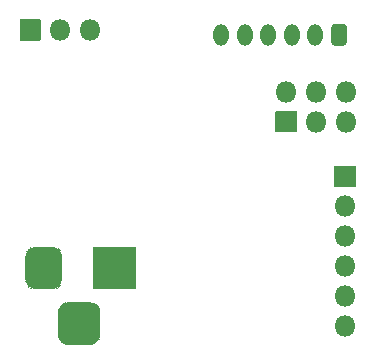
<source format=gbs>
%TF.GenerationSoftware,KiCad,Pcbnew,(5.1.12)-1*%
%TF.CreationDate,2021-12-20T15:12:04-08:00*%
%TF.ProjectId,controlBoard,636f6e74-726f-46c4-926f-6172642e6b69,rev?*%
%TF.SameCoordinates,Original*%
%TF.FileFunction,Soldermask,Bot*%
%TF.FilePolarity,Negative*%
%FSLAX46Y46*%
G04 Gerber Fmt 4.6, Leading zero omitted, Abs format (unit mm)*
G04 Created by KiCad (PCBNEW (5.1.12)-1) date 2021-12-20 15:12:04*
%MOMM*%
%LPD*%
G01*
G04 APERTURE LIST*
%ADD10O,1.300000X1.850000*%
%ADD11O,1.800000X1.800000*%
%ADD12C,0.100000*%
G04 APERTURE END LIST*
D10*
X159750000Y-73250000D03*
X161750000Y-73250000D03*
X163750000Y-73250000D03*
X165750000Y-73250000D03*
X167750000Y-73250000D03*
G36*
G01*
X170400000Y-72595832D02*
X170400000Y-73904168D01*
G75*
G02*
X170129168Y-74175000I-270832J0D01*
G01*
X169370832Y-74175000D01*
G75*
G02*
X169100000Y-73904168I0J270832D01*
G01*
X169100000Y-72595832D01*
G75*
G02*
X169370832Y-72325000I270832J0D01*
G01*
X170129168Y-72325000D01*
G75*
G02*
X170400000Y-72595832I0J-270832D01*
G01*
G37*
D11*
X170250000Y-97950000D03*
X170250000Y-95410000D03*
X170250000Y-92870000D03*
X170250000Y-90330000D03*
X170250000Y-87790000D03*
G36*
G01*
X169350000Y-86100000D02*
X169350000Y-84400000D01*
G75*
G02*
X169400000Y-84350000I50000J0D01*
G01*
X171100000Y-84350000D01*
G75*
G02*
X171150000Y-84400000I0J-50000D01*
G01*
X171150000Y-86100000D01*
G75*
G02*
X171100000Y-86150000I-50000J0D01*
G01*
X169400000Y-86150000D01*
G75*
G02*
X169350000Y-86100000I0J50000D01*
G01*
G37*
G36*
G01*
X145950000Y-98600000D02*
X145950000Y-96800000D01*
G75*
G02*
X146850000Y-95900000I900000J0D01*
G01*
X148650000Y-95900000D01*
G75*
G02*
X149550000Y-96800000I0J-900000D01*
G01*
X149550000Y-98600000D01*
G75*
G02*
X148650000Y-99500000I-900000J0D01*
G01*
X146850000Y-99500000D01*
G75*
G02*
X145950000Y-98600000I0J900000D01*
G01*
G37*
G36*
G01*
X143200000Y-94025000D02*
X143200000Y-91975000D01*
G75*
G02*
X143975000Y-91200000I775000J0D01*
G01*
X145525000Y-91200000D01*
G75*
G02*
X146300000Y-91975000I0J-775000D01*
G01*
X146300000Y-94025000D01*
G75*
G02*
X145525000Y-94800000I-775000J0D01*
G01*
X143975000Y-94800000D01*
G75*
G02*
X143200000Y-94025000I0J775000D01*
G01*
G37*
G36*
G01*
X148950000Y-94750000D02*
X148950000Y-91250000D01*
G75*
G02*
X149000000Y-91200000I50000J0D01*
G01*
X152500000Y-91200000D01*
G75*
G02*
X152550000Y-91250000I0J-50000D01*
G01*
X152550000Y-94750000D01*
G75*
G02*
X152500000Y-94800000I-50000J0D01*
G01*
X149000000Y-94800000D01*
G75*
G02*
X148950000Y-94750000I0J50000D01*
G01*
G37*
X170346200Y-78084000D03*
X170346200Y-80624000D03*
X167806200Y-78084000D03*
X167806200Y-80624000D03*
X165266200Y-78084000D03*
G36*
G01*
X166116200Y-81524000D02*
X164416200Y-81524000D01*
G75*
G02*
X164366200Y-81474000I0J50000D01*
G01*
X164366200Y-79774000D01*
G75*
G02*
X164416200Y-79724000I50000J0D01*
G01*
X166116200Y-79724000D01*
G75*
G02*
X166166200Y-79774000I0J-50000D01*
G01*
X166166200Y-81474000D01*
G75*
G02*
X166116200Y-81524000I-50000J0D01*
G01*
G37*
X148680000Y-72851600D03*
X146140000Y-72851600D03*
G36*
G01*
X144450000Y-73751600D02*
X142750000Y-73751600D01*
G75*
G02*
X142700000Y-73701600I0J50000D01*
G01*
X142700000Y-72001600D01*
G75*
G02*
X142750000Y-71951600I50000J0D01*
G01*
X144450000Y-71951600D01*
G75*
G02*
X144500000Y-72001600I0J-50000D01*
G01*
X144500000Y-73701600D01*
G75*
G02*
X144450000Y-73751600I-50000J0D01*
G01*
G37*
D12*
G36*
X145951990Y-98599804D02*
G01*
X145969263Y-98775186D01*
X146020365Y-98943646D01*
X146103348Y-99098897D01*
X146215025Y-99234975D01*
X146351103Y-99346652D01*
X146506354Y-99429635D01*
X146674814Y-99480737D01*
X146850196Y-99498010D01*
X146851822Y-99499175D01*
X146851626Y-99501165D01*
X146850000Y-99502000D01*
X146804908Y-99502000D01*
X146804712Y-99501990D01*
X146634073Y-99485183D01*
X146633688Y-99485107D01*
X146474325Y-99436766D01*
X146473963Y-99436616D01*
X146327091Y-99358110D01*
X146326765Y-99357892D01*
X146198032Y-99252245D01*
X146197755Y-99251968D01*
X146092108Y-99123235D01*
X146091890Y-99122909D01*
X146013384Y-98976037D01*
X146013234Y-98975675D01*
X145964893Y-98816312D01*
X145964817Y-98815927D01*
X145948010Y-98645288D01*
X145948000Y-98645092D01*
X145948000Y-98600000D01*
X145949000Y-98598268D01*
X145951000Y-98598268D01*
X145951990Y-98599804D01*
G37*
G36*
X149551165Y-98598374D02*
G01*
X149552000Y-98600000D01*
X149552000Y-98645092D01*
X149551990Y-98645288D01*
X149535183Y-98815927D01*
X149535107Y-98816312D01*
X149486766Y-98975675D01*
X149486616Y-98976037D01*
X149408110Y-99122909D01*
X149407892Y-99123235D01*
X149302245Y-99251968D01*
X149301968Y-99252245D01*
X149173235Y-99357892D01*
X149172909Y-99358110D01*
X149026037Y-99436616D01*
X149025675Y-99436766D01*
X148866312Y-99485107D01*
X148865927Y-99485183D01*
X148695288Y-99501990D01*
X148695092Y-99502000D01*
X148650000Y-99502000D01*
X148648268Y-99501000D01*
X148648268Y-99499000D01*
X148649804Y-99498010D01*
X148825186Y-99480737D01*
X148993646Y-99429635D01*
X149148897Y-99346652D01*
X149284975Y-99234975D01*
X149396652Y-99098897D01*
X149479635Y-98943646D01*
X149530737Y-98775186D01*
X149548010Y-98599804D01*
X149549175Y-98598178D01*
X149551165Y-98598374D01*
G37*
G36*
X146851732Y-95899000D02*
G01*
X146851732Y-95901000D01*
X146850196Y-95901990D01*
X146674814Y-95919263D01*
X146506354Y-95970365D01*
X146351103Y-96053348D01*
X146215025Y-96165025D01*
X146103348Y-96301103D01*
X146020365Y-96456354D01*
X145969263Y-96624814D01*
X145951990Y-96800196D01*
X145950825Y-96801822D01*
X145948835Y-96801626D01*
X145948000Y-96800000D01*
X145948000Y-96754908D01*
X145948010Y-96754712D01*
X145964817Y-96584073D01*
X145964893Y-96583688D01*
X146013234Y-96424325D01*
X146013384Y-96423963D01*
X146091890Y-96277091D01*
X146092108Y-96276765D01*
X146197755Y-96148032D01*
X146198032Y-96147755D01*
X146326765Y-96042108D01*
X146327091Y-96041890D01*
X146473963Y-95963384D01*
X146474325Y-95963234D01*
X146633688Y-95914893D01*
X146634073Y-95914817D01*
X146804712Y-95898010D01*
X146804908Y-95898000D01*
X146850000Y-95898000D01*
X146851732Y-95899000D01*
G37*
G36*
X148695288Y-95898010D02*
G01*
X148865927Y-95914817D01*
X148866312Y-95914893D01*
X149025675Y-95963234D01*
X149026037Y-95963384D01*
X149172909Y-96041890D01*
X149173235Y-96042108D01*
X149301968Y-96147755D01*
X149302245Y-96148032D01*
X149407892Y-96276765D01*
X149408110Y-96277091D01*
X149486616Y-96423963D01*
X149486766Y-96424325D01*
X149535107Y-96583688D01*
X149535183Y-96584073D01*
X149551990Y-96754712D01*
X149552000Y-96754908D01*
X149552000Y-96800000D01*
X149551000Y-96801732D01*
X149549000Y-96801732D01*
X149548010Y-96800196D01*
X149530737Y-96624814D01*
X149479635Y-96456354D01*
X149396652Y-96301103D01*
X149284975Y-96165025D01*
X149148897Y-96053348D01*
X148993646Y-95970365D01*
X148825186Y-95919263D01*
X148649804Y-95901990D01*
X148648178Y-95900825D01*
X148648374Y-95898835D01*
X148650000Y-95898000D01*
X148695092Y-95898000D01*
X148695288Y-95898010D01*
G37*
G36*
X143201990Y-94024804D02*
G01*
X143216861Y-94175800D01*
X143260850Y-94320811D01*
X143332282Y-94454451D01*
X143428413Y-94571587D01*
X143545549Y-94667718D01*
X143679189Y-94739150D01*
X143824200Y-94783139D01*
X143975196Y-94798010D01*
X143976822Y-94799175D01*
X143976626Y-94801165D01*
X143975000Y-94802000D01*
X143929908Y-94802000D01*
X143929712Y-94801990D01*
X143783460Y-94787585D01*
X143783075Y-94787509D01*
X143647158Y-94746280D01*
X143646796Y-94746130D01*
X143521539Y-94679179D01*
X143521213Y-94678961D01*
X143411421Y-94588856D01*
X143411144Y-94588579D01*
X143321039Y-94478787D01*
X143320821Y-94478461D01*
X143253870Y-94353204D01*
X143253720Y-94352842D01*
X143212491Y-94216925D01*
X143212415Y-94216540D01*
X143198010Y-94070288D01*
X143198000Y-94070092D01*
X143198000Y-94025000D01*
X143199000Y-94023268D01*
X143201000Y-94023268D01*
X143201990Y-94024804D01*
G37*
G36*
X146301165Y-94023374D02*
G01*
X146302000Y-94025000D01*
X146302000Y-94070092D01*
X146301990Y-94070288D01*
X146287585Y-94216540D01*
X146287509Y-94216925D01*
X146246280Y-94352842D01*
X146246130Y-94353204D01*
X146179179Y-94478461D01*
X146178961Y-94478787D01*
X146088856Y-94588579D01*
X146088579Y-94588856D01*
X145978787Y-94678961D01*
X145978461Y-94679179D01*
X145853204Y-94746130D01*
X145852842Y-94746280D01*
X145716925Y-94787509D01*
X145716540Y-94787585D01*
X145570288Y-94801990D01*
X145570092Y-94802000D01*
X145525000Y-94802000D01*
X145523268Y-94801000D01*
X145523268Y-94799000D01*
X145524804Y-94798010D01*
X145675800Y-94783139D01*
X145820811Y-94739150D01*
X145954451Y-94667718D01*
X146071587Y-94571587D01*
X146167718Y-94454451D01*
X146239150Y-94320811D01*
X146283139Y-94175800D01*
X146298010Y-94024804D01*
X146299175Y-94023178D01*
X146301165Y-94023374D01*
G37*
G36*
X143976732Y-91199000D02*
G01*
X143976732Y-91201000D01*
X143975196Y-91201990D01*
X143824200Y-91216861D01*
X143679189Y-91260850D01*
X143545549Y-91332282D01*
X143428413Y-91428413D01*
X143332282Y-91545549D01*
X143260850Y-91679189D01*
X143216861Y-91824200D01*
X143201990Y-91975196D01*
X143200825Y-91976822D01*
X143198835Y-91976626D01*
X143198000Y-91975000D01*
X143198000Y-91929908D01*
X143198010Y-91929712D01*
X143212415Y-91783460D01*
X143212491Y-91783075D01*
X143253720Y-91647158D01*
X143253870Y-91646796D01*
X143320821Y-91521539D01*
X143321039Y-91521213D01*
X143411144Y-91411421D01*
X143411421Y-91411144D01*
X143521213Y-91321039D01*
X143521539Y-91320821D01*
X143646796Y-91253870D01*
X143647158Y-91253720D01*
X143783075Y-91212491D01*
X143783460Y-91212415D01*
X143929712Y-91198010D01*
X143929908Y-91198000D01*
X143975000Y-91198000D01*
X143976732Y-91199000D01*
G37*
G36*
X145570288Y-91198010D02*
G01*
X145716540Y-91212415D01*
X145716925Y-91212491D01*
X145852842Y-91253720D01*
X145853204Y-91253870D01*
X145978461Y-91320821D01*
X145978787Y-91321039D01*
X146088579Y-91411144D01*
X146088856Y-91411421D01*
X146178961Y-91521213D01*
X146179179Y-91521539D01*
X146246130Y-91646796D01*
X146246280Y-91647158D01*
X146287509Y-91783075D01*
X146287585Y-91783460D01*
X146301990Y-91929712D01*
X146302000Y-91929908D01*
X146302000Y-91975000D01*
X146301000Y-91976732D01*
X146299000Y-91976732D01*
X146298010Y-91975196D01*
X146283139Y-91824200D01*
X146239150Y-91679189D01*
X146167718Y-91545549D01*
X146071587Y-91428413D01*
X145954451Y-91332282D01*
X145820811Y-91260850D01*
X145675800Y-91216861D01*
X145524804Y-91201990D01*
X145523178Y-91200825D01*
X145523374Y-91198835D01*
X145525000Y-91198000D01*
X145570092Y-91198000D01*
X145570288Y-91198010D01*
G37*
M02*

</source>
